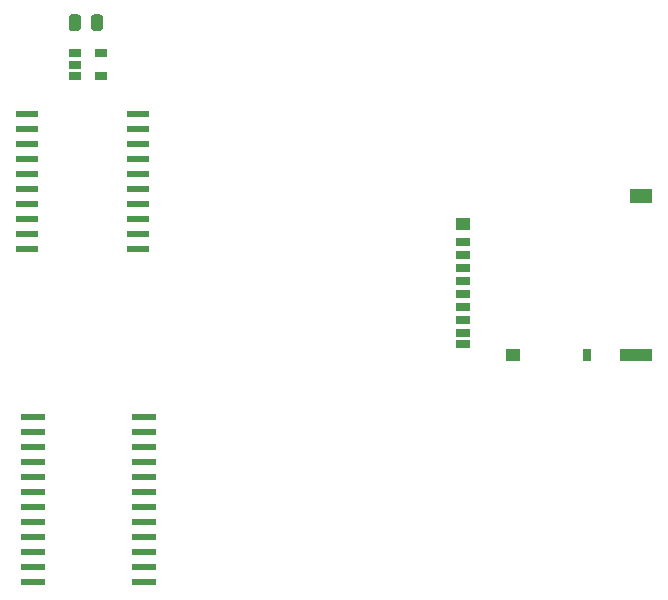
<source format=gbr>
G04 #@! TF.GenerationSoftware,KiCad,Pcbnew,5.0.2-bee76a0~70~ubuntu16.04.1*
G04 #@! TF.CreationDate,2022-08-15T17:27:48+02:00*
G04 #@! TF.ProjectId,QIC02EMU,51494330-3245-44d5-952e-6b696361645f,rev?*
G04 #@! TF.SameCoordinates,Original*
G04 #@! TF.FileFunction,Paste,Top*
G04 #@! TF.FilePolarity,Positive*
%FSLAX46Y46*%
G04 Gerber Fmt 4.6, Leading zero omitted, Abs format (unit mm)*
G04 Created by KiCad (PCBNEW 5.0.2-bee76a0~70~ubuntu16.04.1) date mån 15 aug 2022 17:27:48*
%MOMM*%
%LPD*%
G01*
G04 APERTURE LIST*
%ADD10R,1.060000X0.650000*%
%ADD11C,0.100000*%
%ADD12C,0.975000*%
%ADD13R,1.200000X0.700000*%
%ADD14R,1.200000X1.000000*%
%ADD15R,0.800000X1.000000*%
%ADD16R,2.800000X1.000000*%
%ADD17R,1.900000X1.300000*%
%ADD18R,1.950000X0.600000*%
%ADD19R,2.000000X0.600000*%
G04 APERTURE END LIST*
D10*
G04 #@! TO.C,U4*
X118450000Y-95570000D03*
X118450000Y-96520000D03*
X118450000Y-97470000D03*
X120650000Y-97470000D03*
X120650000Y-95570000D03*
G04 #@! TD*
D11*
G04 #@! TO.C,R7*
G36*
X120585142Y-92265174D02*
X120608803Y-92268684D01*
X120632007Y-92274496D01*
X120654529Y-92282554D01*
X120676153Y-92292782D01*
X120696670Y-92305079D01*
X120715883Y-92319329D01*
X120733607Y-92335393D01*
X120749671Y-92353117D01*
X120763921Y-92372330D01*
X120776218Y-92392847D01*
X120786446Y-92414471D01*
X120794504Y-92436993D01*
X120800316Y-92460197D01*
X120803826Y-92483858D01*
X120805000Y-92507750D01*
X120805000Y-93420250D01*
X120803826Y-93444142D01*
X120800316Y-93467803D01*
X120794504Y-93491007D01*
X120786446Y-93513529D01*
X120776218Y-93535153D01*
X120763921Y-93555670D01*
X120749671Y-93574883D01*
X120733607Y-93592607D01*
X120715883Y-93608671D01*
X120696670Y-93622921D01*
X120676153Y-93635218D01*
X120654529Y-93645446D01*
X120632007Y-93653504D01*
X120608803Y-93659316D01*
X120585142Y-93662826D01*
X120561250Y-93664000D01*
X120073750Y-93664000D01*
X120049858Y-93662826D01*
X120026197Y-93659316D01*
X120002993Y-93653504D01*
X119980471Y-93645446D01*
X119958847Y-93635218D01*
X119938330Y-93622921D01*
X119919117Y-93608671D01*
X119901393Y-93592607D01*
X119885329Y-93574883D01*
X119871079Y-93555670D01*
X119858782Y-93535153D01*
X119848554Y-93513529D01*
X119840496Y-93491007D01*
X119834684Y-93467803D01*
X119831174Y-93444142D01*
X119830000Y-93420250D01*
X119830000Y-92507750D01*
X119831174Y-92483858D01*
X119834684Y-92460197D01*
X119840496Y-92436993D01*
X119848554Y-92414471D01*
X119858782Y-92392847D01*
X119871079Y-92372330D01*
X119885329Y-92353117D01*
X119901393Y-92335393D01*
X119919117Y-92319329D01*
X119938330Y-92305079D01*
X119958847Y-92292782D01*
X119980471Y-92282554D01*
X120002993Y-92274496D01*
X120026197Y-92268684D01*
X120049858Y-92265174D01*
X120073750Y-92264000D01*
X120561250Y-92264000D01*
X120585142Y-92265174D01*
X120585142Y-92265174D01*
G37*
D12*
X120317500Y-92964000D03*
D11*
G36*
X118710142Y-92265174D02*
X118733803Y-92268684D01*
X118757007Y-92274496D01*
X118779529Y-92282554D01*
X118801153Y-92292782D01*
X118821670Y-92305079D01*
X118840883Y-92319329D01*
X118858607Y-92335393D01*
X118874671Y-92353117D01*
X118888921Y-92372330D01*
X118901218Y-92392847D01*
X118911446Y-92414471D01*
X118919504Y-92436993D01*
X118925316Y-92460197D01*
X118928826Y-92483858D01*
X118930000Y-92507750D01*
X118930000Y-93420250D01*
X118928826Y-93444142D01*
X118925316Y-93467803D01*
X118919504Y-93491007D01*
X118911446Y-93513529D01*
X118901218Y-93535153D01*
X118888921Y-93555670D01*
X118874671Y-93574883D01*
X118858607Y-93592607D01*
X118840883Y-93608671D01*
X118821670Y-93622921D01*
X118801153Y-93635218D01*
X118779529Y-93645446D01*
X118757007Y-93653504D01*
X118733803Y-93659316D01*
X118710142Y-93662826D01*
X118686250Y-93664000D01*
X118198750Y-93664000D01*
X118174858Y-93662826D01*
X118151197Y-93659316D01*
X118127993Y-93653504D01*
X118105471Y-93645446D01*
X118083847Y-93635218D01*
X118063330Y-93622921D01*
X118044117Y-93608671D01*
X118026393Y-93592607D01*
X118010329Y-93574883D01*
X117996079Y-93555670D01*
X117983782Y-93535153D01*
X117973554Y-93513529D01*
X117965496Y-93491007D01*
X117959684Y-93467803D01*
X117956174Y-93444142D01*
X117955000Y-93420250D01*
X117955000Y-92507750D01*
X117956174Y-92483858D01*
X117959684Y-92460197D01*
X117965496Y-92436993D01*
X117973554Y-92414471D01*
X117983782Y-92392847D01*
X117996079Y-92372330D01*
X118010329Y-92353117D01*
X118026393Y-92335393D01*
X118044117Y-92319329D01*
X118063330Y-92305079D01*
X118083847Y-92292782D01*
X118105471Y-92282554D01*
X118127993Y-92274496D01*
X118151197Y-92268684D01*
X118174858Y-92265174D01*
X118198750Y-92264000D01*
X118686250Y-92264000D01*
X118710142Y-92265174D01*
X118710142Y-92265174D01*
G37*
D12*
X118442500Y-92964000D03*
G04 #@! TD*
D13*
G04 #@! TO.C,J2*
X151279000Y-120175000D03*
X151279000Y-119225000D03*
X151279000Y-111525000D03*
X151279000Y-112625000D03*
X151279000Y-113725000D03*
X151279000Y-114825000D03*
X151279000Y-115925000D03*
X151279000Y-117025000D03*
X151279000Y-118125000D03*
D14*
X151279000Y-109975000D03*
X155579000Y-121125000D03*
D15*
X161779000Y-121125000D03*
D16*
X165929000Y-121125000D03*
D17*
X166379000Y-107625000D03*
G04 #@! TD*
D18*
G04 #@! TO.C,U3*
X114426000Y-100711000D03*
X114426000Y-101981000D03*
X114426000Y-103251000D03*
X114426000Y-104521000D03*
X114426000Y-105791000D03*
X114426000Y-107061000D03*
X114426000Y-108331000D03*
X114426000Y-109601000D03*
X114426000Y-110871000D03*
X114426000Y-112141000D03*
X123826000Y-112141000D03*
X123826000Y-110871000D03*
X123826000Y-109601000D03*
X123826000Y-108331000D03*
X123826000Y-107061000D03*
X123826000Y-105791000D03*
X123826000Y-104521000D03*
X123826000Y-103251000D03*
X123826000Y-101981000D03*
X123826000Y-100711000D03*
G04 #@! TD*
D19*
G04 #@! TO.C,U2*
X124334000Y-140335000D03*
X124334000Y-139065000D03*
X124334000Y-137795000D03*
X124334000Y-136525000D03*
X124334000Y-135255000D03*
X124334000Y-133985000D03*
X124334000Y-132715000D03*
X124334000Y-131445000D03*
X124334000Y-130175000D03*
X124334000Y-128905000D03*
X124334000Y-127635000D03*
X124334000Y-126365000D03*
X114934000Y-126365000D03*
X114934000Y-127635000D03*
X114934000Y-128905000D03*
X114934000Y-130175000D03*
X114934000Y-131445000D03*
X114934000Y-132715000D03*
X114934000Y-133985000D03*
X114934000Y-135255000D03*
X114934000Y-136525000D03*
X114934000Y-137795000D03*
X114934000Y-139065000D03*
X114934000Y-140335000D03*
G04 #@! TD*
M02*

</source>
